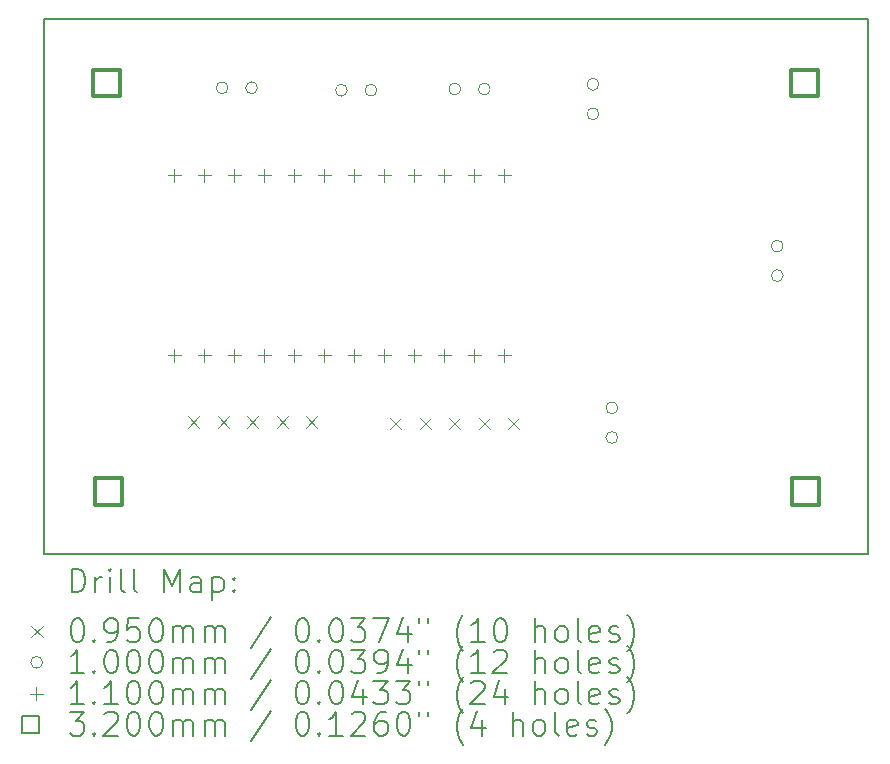
<source format=gbr>
%TF.GenerationSoftware,KiCad,Pcbnew,7.0.1*%
%TF.CreationDate,2023-09-03T20:42:09-04:00*%
%TF.ProjectId,Groove Coaster,47726f6f-7665-4204-936f-61737465722e,rev?*%
%TF.SameCoordinates,Original*%
%TF.FileFunction,Drillmap*%
%TF.FilePolarity,Positive*%
%FSLAX45Y45*%
G04 Gerber Fmt 4.5, Leading zero omitted, Abs format (unit mm)*
G04 Created by KiCad (PCBNEW 7.0.1) date 2023-09-03 20:42:09*
%MOMM*%
%LPD*%
G01*
G04 APERTURE LIST*
%ADD10C,0.200000*%
%ADD11C,0.095000*%
%ADD12C,0.100000*%
%ADD13C,0.110000*%
%ADD14C,0.320000*%
G04 APERTURE END LIST*
D10*
X6830000Y-4090000D02*
X13810000Y-4090000D01*
X13810000Y-8620000D01*
X6830000Y-8620000D01*
X6830000Y-4090000D01*
D11*
X8052500Y-7452500D02*
X8147500Y-7547500D01*
X8147500Y-7452500D02*
X8052500Y-7547500D01*
X8302500Y-7452500D02*
X8397500Y-7547500D01*
X8397500Y-7452500D02*
X8302500Y-7547500D01*
X8552500Y-7452500D02*
X8647500Y-7547500D01*
X8647500Y-7452500D02*
X8552500Y-7547500D01*
X8802500Y-7452500D02*
X8897500Y-7547500D01*
X8897500Y-7452500D02*
X8802500Y-7547500D01*
X9052500Y-7452500D02*
X9147500Y-7547500D01*
X9147500Y-7452500D02*
X9052500Y-7547500D01*
X9762500Y-7462500D02*
X9857500Y-7557500D01*
X9857500Y-7462500D02*
X9762500Y-7557500D01*
X10012500Y-7462500D02*
X10107500Y-7557500D01*
X10107500Y-7462500D02*
X10012500Y-7557500D01*
X10262500Y-7462500D02*
X10357500Y-7557500D01*
X10357500Y-7462500D02*
X10262500Y-7557500D01*
X10512500Y-7462500D02*
X10607500Y-7557500D01*
X10607500Y-7462500D02*
X10512500Y-7557500D01*
X10762500Y-7462500D02*
X10857500Y-7557500D01*
X10857500Y-7462500D02*
X10762500Y-7557500D01*
D12*
X8390000Y-4670000D02*
G75*
G03*
X8390000Y-4670000I-50000J0D01*
G01*
X8640000Y-4670000D02*
G75*
G03*
X8640000Y-4670000I-50000J0D01*
G01*
X9400000Y-4690000D02*
G75*
G03*
X9400000Y-4690000I-50000J0D01*
G01*
X9650000Y-4690000D02*
G75*
G03*
X9650000Y-4690000I-50000J0D01*
G01*
X10360000Y-4680000D02*
G75*
G03*
X10360000Y-4680000I-50000J0D01*
G01*
X10610000Y-4680000D02*
G75*
G03*
X10610000Y-4680000I-50000J0D01*
G01*
X11530000Y-4640000D02*
G75*
G03*
X11530000Y-4640000I-50000J0D01*
G01*
X11530000Y-4890000D02*
G75*
G03*
X11530000Y-4890000I-50000J0D01*
G01*
X11690000Y-7380000D02*
G75*
G03*
X11690000Y-7380000I-50000J0D01*
G01*
X11690000Y-7630000D02*
G75*
G03*
X11690000Y-7630000I-50000J0D01*
G01*
X13090000Y-6010000D02*
G75*
G03*
X13090000Y-6010000I-50000J0D01*
G01*
X13090000Y-6260000D02*
G75*
G03*
X13090000Y-6260000I-50000J0D01*
G01*
D13*
X7933000Y-5353000D02*
X7933000Y-5463000D01*
X7878000Y-5408000D02*
X7988000Y-5408000D01*
X7933000Y-6877000D02*
X7933000Y-6987000D01*
X7878000Y-6932000D02*
X7988000Y-6932000D01*
X8187000Y-5353000D02*
X8187000Y-5463000D01*
X8132000Y-5408000D02*
X8242000Y-5408000D01*
X8187000Y-6877000D02*
X8187000Y-6987000D01*
X8132000Y-6932000D02*
X8242000Y-6932000D01*
X8441000Y-5353000D02*
X8441000Y-5463000D01*
X8386000Y-5408000D02*
X8496000Y-5408000D01*
X8441000Y-6877000D02*
X8441000Y-6987000D01*
X8386000Y-6932000D02*
X8496000Y-6932000D01*
X8695000Y-5353000D02*
X8695000Y-5463000D01*
X8640000Y-5408000D02*
X8750000Y-5408000D01*
X8695000Y-6877000D02*
X8695000Y-6987000D01*
X8640000Y-6932000D02*
X8750000Y-6932000D01*
X8949000Y-5353000D02*
X8949000Y-5463000D01*
X8894000Y-5408000D02*
X9004000Y-5408000D01*
X8949000Y-6877000D02*
X8949000Y-6987000D01*
X8894000Y-6932000D02*
X9004000Y-6932000D01*
X9203000Y-5353000D02*
X9203000Y-5463000D01*
X9148000Y-5408000D02*
X9258000Y-5408000D01*
X9203000Y-6877000D02*
X9203000Y-6987000D01*
X9148000Y-6932000D02*
X9258000Y-6932000D01*
X9457000Y-5353000D02*
X9457000Y-5463000D01*
X9402000Y-5408000D02*
X9512000Y-5408000D01*
X9457000Y-6877000D02*
X9457000Y-6987000D01*
X9402000Y-6932000D02*
X9512000Y-6932000D01*
X9711000Y-5353000D02*
X9711000Y-5463000D01*
X9656000Y-5408000D02*
X9766000Y-5408000D01*
X9711000Y-6877000D02*
X9711000Y-6987000D01*
X9656000Y-6932000D02*
X9766000Y-6932000D01*
X9965000Y-5353000D02*
X9965000Y-5463000D01*
X9910000Y-5408000D02*
X10020000Y-5408000D01*
X9965000Y-6877000D02*
X9965000Y-6987000D01*
X9910000Y-6932000D02*
X10020000Y-6932000D01*
X10219000Y-5353000D02*
X10219000Y-5463000D01*
X10164000Y-5408000D02*
X10274000Y-5408000D01*
X10219000Y-6877000D02*
X10219000Y-6987000D01*
X10164000Y-6932000D02*
X10274000Y-6932000D01*
X10473000Y-5353000D02*
X10473000Y-5463000D01*
X10418000Y-5408000D02*
X10528000Y-5408000D01*
X10473000Y-6877000D02*
X10473000Y-6987000D01*
X10418000Y-6932000D02*
X10528000Y-6932000D01*
X10727000Y-5353000D02*
X10727000Y-5463000D01*
X10672000Y-5408000D02*
X10782000Y-5408000D01*
X10727000Y-6877000D02*
X10727000Y-6987000D01*
X10672000Y-6932000D02*
X10782000Y-6932000D01*
D14*
X7473138Y-4743138D02*
X7473138Y-4516862D01*
X7246862Y-4516862D01*
X7246862Y-4743138D01*
X7473138Y-4743138D01*
X7493138Y-8203138D02*
X7493138Y-7976862D01*
X7266862Y-7976862D01*
X7266862Y-8203138D01*
X7493138Y-8203138D01*
X13383138Y-4743138D02*
X13383138Y-4516862D01*
X13156862Y-4516862D01*
X13156862Y-4743138D01*
X13383138Y-4743138D01*
X13393138Y-8203138D02*
X13393138Y-7976862D01*
X13166862Y-7976862D01*
X13166862Y-8203138D01*
X13393138Y-8203138D01*
D10*
X7067619Y-8942524D02*
X7067619Y-8742524D01*
X7067619Y-8742524D02*
X7115238Y-8742524D01*
X7115238Y-8742524D02*
X7143809Y-8752048D01*
X7143809Y-8752048D02*
X7162857Y-8771095D01*
X7162857Y-8771095D02*
X7172381Y-8790143D01*
X7172381Y-8790143D02*
X7181905Y-8828238D01*
X7181905Y-8828238D02*
X7181905Y-8856810D01*
X7181905Y-8856810D02*
X7172381Y-8894905D01*
X7172381Y-8894905D02*
X7162857Y-8913952D01*
X7162857Y-8913952D02*
X7143809Y-8933000D01*
X7143809Y-8933000D02*
X7115238Y-8942524D01*
X7115238Y-8942524D02*
X7067619Y-8942524D01*
X7267619Y-8942524D02*
X7267619Y-8809190D01*
X7267619Y-8847286D02*
X7277143Y-8828238D01*
X7277143Y-8828238D02*
X7286667Y-8818714D01*
X7286667Y-8818714D02*
X7305714Y-8809190D01*
X7305714Y-8809190D02*
X7324762Y-8809190D01*
X7391428Y-8942524D02*
X7391428Y-8809190D01*
X7391428Y-8742524D02*
X7381905Y-8752048D01*
X7381905Y-8752048D02*
X7391428Y-8761571D01*
X7391428Y-8761571D02*
X7400952Y-8752048D01*
X7400952Y-8752048D02*
X7391428Y-8742524D01*
X7391428Y-8742524D02*
X7391428Y-8761571D01*
X7515238Y-8942524D02*
X7496190Y-8933000D01*
X7496190Y-8933000D02*
X7486667Y-8913952D01*
X7486667Y-8913952D02*
X7486667Y-8742524D01*
X7620000Y-8942524D02*
X7600952Y-8933000D01*
X7600952Y-8933000D02*
X7591428Y-8913952D01*
X7591428Y-8913952D02*
X7591428Y-8742524D01*
X7848571Y-8942524D02*
X7848571Y-8742524D01*
X7848571Y-8742524D02*
X7915238Y-8885381D01*
X7915238Y-8885381D02*
X7981905Y-8742524D01*
X7981905Y-8742524D02*
X7981905Y-8942524D01*
X8162857Y-8942524D02*
X8162857Y-8837762D01*
X8162857Y-8837762D02*
X8153333Y-8818714D01*
X8153333Y-8818714D02*
X8134286Y-8809190D01*
X8134286Y-8809190D02*
X8096190Y-8809190D01*
X8096190Y-8809190D02*
X8077143Y-8818714D01*
X8162857Y-8933000D02*
X8143809Y-8942524D01*
X8143809Y-8942524D02*
X8096190Y-8942524D01*
X8096190Y-8942524D02*
X8077143Y-8933000D01*
X8077143Y-8933000D02*
X8067619Y-8913952D01*
X8067619Y-8913952D02*
X8067619Y-8894905D01*
X8067619Y-8894905D02*
X8077143Y-8875857D01*
X8077143Y-8875857D02*
X8096190Y-8866333D01*
X8096190Y-8866333D02*
X8143809Y-8866333D01*
X8143809Y-8866333D02*
X8162857Y-8856810D01*
X8258095Y-8809190D02*
X8258095Y-9009190D01*
X8258095Y-8818714D02*
X8277143Y-8809190D01*
X8277143Y-8809190D02*
X8315238Y-8809190D01*
X8315238Y-8809190D02*
X8334286Y-8818714D01*
X8334286Y-8818714D02*
X8343809Y-8828238D01*
X8343809Y-8828238D02*
X8353333Y-8847286D01*
X8353333Y-8847286D02*
X8353333Y-8904429D01*
X8353333Y-8904429D02*
X8343809Y-8923476D01*
X8343809Y-8923476D02*
X8334286Y-8933000D01*
X8334286Y-8933000D02*
X8315238Y-8942524D01*
X8315238Y-8942524D02*
X8277143Y-8942524D01*
X8277143Y-8942524D02*
X8258095Y-8933000D01*
X8439048Y-8923476D02*
X8448571Y-8933000D01*
X8448571Y-8933000D02*
X8439048Y-8942524D01*
X8439048Y-8942524D02*
X8429524Y-8933000D01*
X8429524Y-8933000D02*
X8439048Y-8923476D01*
X8439048Y-8923476D02*
X8439048Y-8942524D01*
X8439048Y-8818714D02*
X8448571Y-8828238D01*
X8448571Y-8828238D02*
X8439048Y-8837762D01*
X8439048Y-8837762D02*
X8429524Y-8828238D01*
X8429524Y-8828238D02*
X8439048Y-8818714D01*
X8439048Y-8818714D02*
X8439048Y-8837762D01*
D11*
X6725000Y-9222500D02*
X6820000Y-9317500D01*
X6820000Y-9222500D02*
X6725000Y-9317500D01*
D10*
X7105714Y-9162524D02*
X7124762Y-9162524D01*
X7124762Y-9162524D02*
X7143809Y-9172048D01*
X7143809Y-9172048D02*
X7153333Y-9181571D01*
X7153333Y-9181571D02*
X7162857Y-9200619D01*
X7162857Y-9200619D02*
X7172381Y-9238714D01*
X7172381Y-9238714D02*
X7172381Y-9286333D01*
X7172381Y-9286333D02*
X7162857Y-9324429D01*
X7162857Y-9324429D02*
X7153333Y-9343476D01*
X7153333Y-9343476D02*
X7143809Y-9353000D01*
X7143809Y-9353000D02*
X7124762Y-9362524D01*
X7124762Y-9362524D02*
X7105714Y-9362524D01*
X7105714Y-9362524D02*
X7086667Y-9353000D01*
X7086667Y-9353000D02*
X7077143Y-9343476D01*
X7077143Y-9343476D02*
X7067619Y-9324429D01*
X7067619Y-9324429D02*
X7058095Y-9286333D01*
X7058095Y-9286333D02*
X7058095Y-9238714D01*
X7058095Y-9238714D02*
X7067619Y-9200619D01*
X7067619Y-9200619D02*
X7077143Y-9181571D01*
X7077143Y-9181571D02*
X7086667Y-9172048D01*
X7086667Y-9172048D02*
X7105714Y-9162524D01*
X7258095Y-9343476D02*
X7267619Y-9353000D01*
X7267619Y-9353000D02*
X7258095Y-9362524D01*
X7258095Y-9362524D02*
X7248571Y-9353000D01*
X7248571Y-9353000D02*
X7258095Y-9343476D01*
X7258095Y-9343476D02*
X7258095Y-9362524D01*
X7362857Y-9362524D02*
X7400952Y-9362524D01*
X7400952Y-9362524D02*
X7420000Y-9353000D01*
X7420000Y-9353000D02*
X7429524Y-9343476D01*
X7429524Y-9343476D02*
X7448571Y-9314905D01*
X7448571Y-9314905D02*
X7458095Y-9276810D01*
X7458095Y-9276810D02*
X7458095Y-9200619D01*
X7458095Y-9200619D02*
X7448571Y-9181571D01*
X7448571Y-9181571D02*
X7439048Y-9172048D01*
X7439048Y-9172048D02*
X7420000Y-9162524D01*
X7420000Y-9162524D02*
X7381905Y-9162524D01*
X7381905Y-9162524D02*
X7362857Y-9172048D01*
X7362857Y-9172048D02*
X7353333Y-9181571D01*
X7353333Y-9181571D02*
X7343809Y-9200619D01*
X7343809Y-9200619D02*
X7343809Y-9248238D01*
X7343809Y-9248238D02*
X7353333Y-9267286D01*
X7353333Y-9267286D02*
X7362857Y-9276810D01*
X7362857Y-9276810D02*
X7381905Y-9286333D01*
X7381905Y-9286333D02*
X7420000Y-9286333D01*
X7420000Y-9286333D02*
X7439048Y-9276810D01*
X7439048Y-9276810D02*
X7448571Y-9267286D01*
X7448571Y-9267286D02*
X7458095Y-9248238D01*
X7639048Y-9162524D02*
X7543809Y-9162524D01*
X7543809Y-9162524D02*
X7534286Y-9257762D01*
X7534286Y-9257762D02*
X7543809Y-9248238D01*
X7543809Y-9248238D02*
X7562857Y-9238714D01*
X7562857Y-9238714D02*
X7610476Y-9238714D01*
X7610476Y-9238714D02*
X7629524Y-9248238D01*
X7629524Y-9248238D02*
X7639048Y-9257762D01*
X7639048Y-9257762D02*
X7648571Y-9276810D01*
X7648571Y-9276810D02*
X7648571Y-9324429D01*
X7648571Y-9324429D02*
X7639048Y-9343476D01*
X7639048Y-9343476D02*
X7629524Y-9353000D01*
X7629524Y-9353000D02*
X7610476Y-9362524D01*
X7610476Y-9362524D02*
X7562857Y-9362524D01*
X7562857Y-9362524D02*
X7543809Y-9353000D01*
X7543809Y-9353000D02*
X7534286Y-9343476D01*
X7772381Y-9162524D02*
X7791429Y-9162524D01*
X7791429Y-9162524D02*
X7810476Y-9172048D01*
X7810476Y-9172048D02*
X7820000Y-9181571D01*
X7820000Y-9181571D02*
X7829524Y-9200619D01*
X7829524Y-9200619D02*
X7839048Y-9238714D01*
X7839048Y-9238714D02*
X7839048Y-9286333D01*
X7839048Y-9286333D02*
X7829524Y-9324429D01*
X7829524Y-9324429D02*
X7820000Y-9343476D01*
X7820000Y-9343476D02*
X7810476Y-9353000D01*
X7810476Y-9353000D02*
X7791429Y-9362524D01*
X7791429Y-9362524D02*
X7772381Y-9362524D01*
X7772381Y-9362524D02*
X7753333Y-9353000D01*
X7753333Y-9353000D02*
X7743809Y-9343476D01*
X7743809Y-9343476D02*
X7734286Y-9324429D01*
X7734286Y-9324429D02*
X7724762Y-9286333D01*
X7724762Y-9286333D02*
X7724762Y-9238714D01*
X7724762Y-9238714D02*
X7734286Y-9200619D01*
X7734286Y-9200619D02*
X7743809Y-9181571D01*
X7743809Y-9181571D02*
X7753333Y-9172048D01*
X7753333Y-9172048D02*
X7772381Y-9162524D01*
X7924762Y-9362524D02*
X7924762Y-9229190D01*
X7924762Y-9248238D02*
X7934286Y-9238714D01*
X7934286Y-9238714D02*
X7953333Y-9229190D01*
X7953333Y-9229190D02*
X7981905Y-9229190D01*
X7981905Y-9229190D02*
X8000952Y-9238714D01*
X8000952Y-9238714D02*
X8010476Y-9257762D01*
X8010476Y-9257762D02*
X8010476Y-9362524D01*
X8010476Y-9257762D02*
X8020000Y-9238714D01*
X8020000Y-9238714D02*
X8039048Y-9229190D01*
X8039048Y-9229190D02*
X8067619Y-9229190D01*
X8067619Y-9229190D02*
X8086667Y-9238714D01*
X8086667Y-9238714D02*
X8096190Y-9257762D01*
X8096190Y-9257762D02*
X8096190Y-9362524D01*
X8191429Y-9362524D02*
X8191429Y-9229190D01*
X8191429Y-9248238D02*
X8200952Y-9238714D01*
X8200952Y-9238714D02*
X8220000Y-9229190D01*
X8220000Y-9229190D02*
X8248571Y-9229190D01*
X8248571Y-9229190D02*
X8267619Y-9238714D01*
X8267619Y-9238714D02*
X8277143Y-9257762D01*
X8277143Y-9257762D02*
X8277143Y-9362524D01*
X8277143Y-9257762D02*
X8286667Y-9238714D01*
X8286667Y-9238714D02*
X8305714Y-9229190D01*
X8305714Y-9229190D02*
X8334286Y-9229190D01*
X8334286Y-9229190D02*
X8353333Y-9238714D01*
X8353333Y-9238714D02*
X8362857Y-9257762D01*
X8362857Y-9257762D02*
X8362857Y-9362524D01*
X8753333Y-9153000D02*
X8581905Y-9410143D01*
X9010476Y-9162524D02*
X9029524Y-9162524D01*
X9029524Y-9162524D02*
X9048572Y-9172048D01*
X9048572Y-9172048D02*
X9058095Y-9181571D01*
X9058095Y-9181571D02*
X9067619Y-9200619D01*
X9067619Y-9200619D02*
X9077143Y-9238714D01*
X9077143Y-9238714D02*
X9077143Y-9286333D01*
X9077143Y-9286333D02*
X9067619Y-9324429D01*
X9067619Y-9324429D02*
X9058095Y-9343476D01*
X9058095Y-9343476D02*
X9048572Y-9353000D01*
X9048572Y-9353000D02*
X9029524Y-9362524D01*
X9029524Y-9362524D02*
X9010476Y-9362524D01*
X9010476Y-9362524D02*
X8991429Y-9353000D01*
X8991429Y-9353000D02*
X8981905Y-9343476D01*
X8981905Y-9343476D02*
X8972381Y-9324429D01*
X8972381Y-9324429D02*
X8962857Y-9286333D01*
X8962857Y-9286333D02*
X8962857Y-9238714D01*
X8962857Y-9238714D02*
X8972381Y-9200619D01*
X8972381Y-9200619D02*
X8981905Y-9181571D01*
X8981905Y-9181571D02*
X8991429Y-9172048D01*
X8991429Y-9172048D02*
X9010476Y-9162524D01*
X9162857Y-9343476D02*
X9172381Y-9353000D01*
X9172381Y-9353000D02*
X9162857Y-9362524D01*
X9162857Y-9362524D02*
X9153334Y-9353000D01*
X9153334Y-9353000D02*
X9162857Y-9343476D01*
X9162857Y-9343476D02*
X9162857Y-9362524D01*
X9296191Y-9162524D02*
X9315238Y-9162524D01*
X9315238Y-9162524D02*
X9334286Y-9172048D01*
X9334286Y-9172048D02*
X9343810Y-9181571D01*
X9343810Y-9181571D02*
X9353334Y-9200619D01*
X9353334Y-9200619D02*
X9362857Y-9238714D01*
X9362857Y-9238714D02*
X9362857Y-9286333D01*
X9362857Y-9286333D02*
X9353334Y-9324429D01*
X9353334Y-9324429D02*
X9343810Y-9343476D01*
X9343810Y-9343476D02*
X9334286Y-9353000D01*
X9334286Y-9353000D02*
X9315238Y-9362524D01*
X9315238Y-9362524D02*
X9296191Y-9362524D01*
X9296191Y-9362524D02*
X9277143Y-9353000D01*
X9277143Y-9353000D02*
X9267619Y-9343476D01*
X9267619Y-9343476D02*
X9258095Y-9324429D01*
X9258095Y-9324429D02*
X9248572Y-9286333D01*
X9248572Y-9286333D02*
X9248572Y-9238714D01*
X9248572Y-9238714D02*
X9258095Y-9200619D01*
X9258095Y-9200619D02*
X9267619Y-9181571D01*
X9267619Y-9181571D02*
X9277143Y-9172048D01*
X9277143Y-9172048D02*
X9296191Y-9162524D01*
X9429524Y-9162524D02*
X9553334Y-9162524D01*
X9553334Y-9162524D02*
X9486667Y-9238714D01*
X9486667Y-9238714D02*
X9515238Y-9238714D01*
X9515238Y-9238714D02*
X9534286Y-9248238D01*
X9534286Y-9248238D02*
X9543810Y-9257762D01*
X9543810Y-9257762D02*
X9553334Y-9276810D01*
X9553334Y-9276810D02*
X9553334Y-9324429D01*
X9553334Y-9324429D02*
X9543810Y-9343476D01*
X9543810Y-9343476D02*
X9534286Y-9353000D01*
X9534286Y-9353000D02*
X9515238Y-9362524D01*
X9515238Y-9362524D02*
X9458095Y-9362524D01*
X9458095Y-9362524D02*
X9439048Y-9353000D01*
X9439048Y-9353000D02*
X9429524Y-9343476D01*
X9620000Y-9162524D02*
X9753334Y-9162524D01*
X9753334Y-9162524D02*
X9667619Y-9362524D01*
X9915238Y-9229190D02*
X9915238Y-9362524D01*
X9867619Y-9153000D02*
X9820000Y-9295857D01*
X9820000Y-9295857D02*
X9943810Y-9295857D01*
X10010476Y-9162524D02*
X10010476Y-9200619D01*
X10086667Y-9162524D02*
X10086667Y-9200619D01*
X10381905Y-9438714D02*
X10372381Y-9429190D01*
X10372381Y-9429190D02*
X10353334Y-9400619D01*
X10353334Y-9400619D02*
X10343810Y-9381571D01*
X10343810Y-9381571D02*
X10334286Y-9353000D01*
X10334286Y-9353000D02*
X10324762Y-9305381D01*
X10324762Y-9305381D02*
X10324762Y-9267286D01*
X10324762Y-9267286D02*
X10334286Y-9219667D01*
X10334286Y-9219667D02*
X10343810Y-9191095D01*
X10343810Y-9191095D02*
X10353334Y-9172048D01*
X10353334Y-9172048D02*
X10372381Y-9143476D01*
X10372381Y-9143476D02*
X10381905Y-9133952D01*
X10562857Y-9362524D02*
X10448572Y-9362524D01*
X10505715Y-9362524D02*
X10505715Y-9162524D01*
X10505715Y-9162524D02*
X10486667Y-9191095D01*
X10486667Y-9191095D02*
X10467619Y-9210143D01*
X10467619Y-9210143D02*
X10448572Y-9219667D01*
X10686667Y-9162524D02*
X10705715Y-9162524D01*
X10705715Y-9162524D02*
X10724762Y-9172048D01*
X10724762Y-9172048D02*
X10734286Y-9181571D01*
X10734286Y-9181571D02*
X10743810Y-9200619D01*
X10743810Y-9200619D02*
X10753334Y-9238714D01*
X10753334Y-9238714D02*
X10753334Y-9286333D01*
X10753334Y-9286333D02*
X10743810Y-9324429D01*
X10743810Y-9324429D02*
X10734286Y-9343476D01*
X10734286Y-9343476D02*
X10724762Y-9353000D01*
X10724762Y-9353000D02*
X10705715Y-9362524D01*
X10705715Y-9362524D02*
X10686667Y-9362524D01*
X10686667Y-9362524D02*
X10667619Y-9353000D01*
X10667619Y-9353000D02*
X10658096Y-9343476D01*
X10658096Y-9343476D02*
X10648572Y-9324429D01*
X10648572Y-9324429D02*
X10639048Y-9286333D01*
X10639048Y-9286333D02*
X10639048Y-9238714D01*
X10639048Y-9238714D02*
X10648572Y-9200619D01*
X10648572Y-9200619D02*
X10658096Y-9181571D01*
X10658096Y-9181571D02*
X10667619Y-9172048D01*
X10667619Y-9172048D02*
X10686667Y-9162524D01*
X10991429Y-9362524D02*
X10991429Y-9162524D01*
X11077143Y-9362524D02*
X11077143Y-9257762D01*
X11077143Y-9257762D02*
X11067619Y-9238714D01*
X11067619Y-9238714D02*
X11048572Y-9229190D01*
X11048572Y-9229190D02*
X11020000Y-9229190D01*
X11020000Y-9229190D02*
X11000953Y-9238714D01*
X11000953Y-9238714D02*
X10991429Y-9248238D01*
X11200953Y-9362524D02*
X11181905Y-9353000D01*
X11181905Y-9353000D02*
X11172381Y-9343476D01*
X11172381Y-9343476D02*
X11162858Y-9324429D01*
X11162858Y-9324429D02*
X11162858Y-9267286D01*
X11162858Y-9267286D02*
X11172381Y-9248238D01*
X11172381Y-9248238D02*
X11181905Y-9238714D01*
X11181905Y-9238714D02*
X11200953Y-9229190D01*
X11200953Y-9229190D02*
X11229524Y-9229190D01*
X11229524Y-9229190D02*
X11248572Y-9238714D01*
X11248572Y-9238714D02*
X11258096Y-9248238D01*
X11258096Y-9248238D02*
X11267619Y-9267286D01*
X11267619Y-9267286D02*
X11267619Y-9324429D01*
X11267619Y-9324429D02*
X11258096Y-9343476D01*
X11258096Y-9343476D02*
X11248572Y-9353000D01*
X11248572Y-9353000D02*
X11229524Y-9362524D01*
X11229524Y-9362524D02*
X11200953Y-9362524D01*
X11381905Y-9362524D02*
X11362857Y-9353000D01*
X11362857Y-9353000D02*
X11353334Y-9333952D01*
X11353334Y-9333952D02*
X11353334Y-9162524D01*
X11534286Y-9353000D02*
X11515238Y-9362524D01*
X11515238Y-9362524D02*
X11477143Y-9362524D01*
X11477143Y-9362524D02*
X11458096Y-9353000D01*
X11458096Y-9353000D02*
X11448572Y-9333952D01*
X11448572Y-9333952D02*
X11448572Y-9257762D01*
X11448572Y-9257762D02*
X11458096Y-9238714D01*
X11458096Y-9238714D02*
X11477143Y-9229190D01*
X11477143Y-9229190D02*
X11515238Y-9229190D01*
X11515238Y-9229190D02*
X11534286Y-9238714D01*
X11534286Y-9238714D02*
X11543810Y-9257762D01*
X11543810Y-9257762D02*
X11543810Y-9276810D01*
X11543810Y-9276810D02*
X11448572Y-9295857D01*
X11620000Y-9353000D02*
X11639048Y-9362524D01*
X11639048Y-9362524D02*
X11677143Y-9362524D01*
X11677143Y-9362524D02*
X11696191Y-9353000D01*
X11696191Y-9353000D02*
X11705715Y-9333952D01*
X11705715Y-9333952D02*
X11705715Y-9324429D01*
X11705715Y-9324429D02*
X11696191Y-9305381D01*
X11696191Y-9305381D02*
X11677143Y-9295857D01*
X11677143Y-9295857D02*
X11648572Y-9295857D01*
X11648572Y-9295857D02*
X11629524Y-9286333D01*
X11629524Y-9286333D02*
X11620000Y-9267286D01*
X11620000Y-9267286D02*
X11620000Y-9257762D01*
X11620000Y-9257762D02*
X11629524Y-9238714D01*
X11629524Y-9238714D02*
X11648572Y-9229190D01*
X11648572Y-9229190D02*
X11677143Y-9229190D01*
X11677143Y-9229190D02*
X11696191Y-9238714D01*
X11772381Y-9438714D02*
X11781905Y-9429190D01*
X11781905Y-9429190D02*
X11800953Y-9400619D01*
X11800953Y-9400619D02*
X11810477Y-9381571D01*
X11810477Y-9381571D02*
X11820000Y-9353000D01*
X11820000Y-9353000D02*
X11829524Y-9305381D01*
X11829524Y-9305381D02*
X11829524Y-9267286D01*
X11829524Y-9267286D02*
X11820000Y-9219667D01*
X11820000Y-9219667D02*
X11810477Y-9191095D01*
X11810477Y-9191095D02*
X11800953Y-9172048D01*
X11800953Y-9172048D02*
X11781905Y-9143476D01*
X11781905Y-9143476D02*
X11772381Y-9133952D01*
D12*
X6820000Y-9534000D02*
G75*
G03*
X6820000Y-9534000I-50000J0D01*
G01*
D10*
X7172381Y-9626524D02*
X7058095Y-9626524D01*
X7115238Y-9626524D02*
X7115238Y-9426524D01*
X7115238Y-9426524D02*
X7096190Y-9455095D01*
X7096190Y-9455095D02*
X7077143Y-9474143D01*
X7077143Y-9474143D02*
X7058095Y-9483667D01*
X7258095Y-9607476D02*
X7267619Y-9617000D01*
X7267619Y-9617000D02*
X7258095Y-9626524D01*
X7258095Y-9626524D02*
X7248571Y-9617000D01*
X7248571Y-9617000D02*
X7258095Y-9607476D01*
X7258095Y-9607476D02*
X7258095Y-9626524D01*
X7391428Y-9426524D02*
X7410476Y-9426524D01*
X7410476Y-9426524D02*
X7429524Y-9436048D01*
X7429524Y-9436048D02*
X7439048Y-9445571D01*
X7439048Y-9445571D02*
X7448571Y-9464619D01*
X7448571Y-9464619D02*
X7458095Y-9502714D01*
X7458095Y-9502714D02*
X7458095Y-9550333D01*
X7458095Y-9550333D02*
X7448571Y-9588429D01*
X7448571Y-9588429D02*
X7439048Y-9607476D01*
X7439048Y-9607476D02*
X7429524Y-9617000D01*
X7429524Y-9617000D02*
X7410476Y-9626524D01*
X7410476Y-9626524D02*
X7391428Y-9626524D01*
X7391428Y-9626524D02*
X7372381Y-9617000D01*
X7372381Y-9617000D02*
X7362857Y-9607476D01*
X7362857Y-9607476D02*
X7353333Y-9588429D01*
X7353333Y-9588429D02*
X7343809Y-9550333D01*
X7343809Y-9550333D02*
X7343809Y-9502714D01*
X7343809Y-9502714D02*
X7353333Y-9464619D01*
X7353333Y-9464619D02*
X7362857Y-9445571D01*
X7362857Y-9445571D02*
X7372381Y-9436048D01*
X7372381Y-9436048D02*
X7391428Y-9426524D01*
X7581905Y-9426524D02*
X7600952Y-9426524D01*
X7600952Y-9426524D02*
X7620000Y-9436048D01*
X7620000Y-9436048D02*
X7629524Y-9445571D01*
X7629524Y-9445571D02*
X7639048Y-9464619D01*
X7639048Y-9464619D02*
X7648571Y-9502714D01*
X7648571Y-9502714D02*
X7648571Y-9550333D01*
X7648571Y-9550333D02*
X7639048Y-9588429D01*
X7639048Y-9588429D02*
X7629524Y-9607476D01*
X7629524Y-9607476D02*
X7620000Y-9617000D01*
X7620000Y-9617000D02*
X7600952Y-9626524D01*
X7600952Y-9626524D02*
X7581905Y-9626524D01*
X7581905Y-9626524D02*
X7562857Y-9617000D01*
X7562857Y-9617000D02*
X7553333Y-9607476D01*
X7553333Y-9607476D02*
X7543809Y-9588429D01*
X7543809Y-9588429D02*
X7534286Y-9550333D01*
X7534286Y-9550333D02*
X7534286Y-9502714D01*
X7534286Y-9502714D02*
X7543809Y-9464619D01*
X7543809Y-9464619D02*
X7553333Y-9445571D01*
X7553333Y-9445571D02*
X7562857Y-9436048D01*
X7562857Y-9436048D02*
X7581905Y-9426524D01*
X7772381Y-9426524D02*
X7791429Y-9426524D01*
X7791429Y-9426524D02*
X7810476Y-9436048D01*
X7810476Y-9436048D02*
X7820000Y-9445571D01*
X7820000Y-9445571D02*
X7829524Y-9464619D01*
X7829524Y-9464619D02*
X7839048Y-9502714D01*
X7839048Y-9502714D02*
X7839048Y-9550333D01*
X7839048Y-9550333D02*
X7829524Y-9588429D01*
X7829524Y-9588429D02*
X7820000Y-9607476D01*
X7820000Y-9607476D02*
X7810476Y-9617000D01*
X7810476Y-9617000D02*
X7791429Y-9626524D01*
X7791429Y-9626524D02*
X7772381Y-9626524D01*
X7772381Y-9626524D02*
X7753333Y-9617000D01*
X7753333Y-9617000D02*
X7743809Y-9607476D01*
X7743809Y-9607476D02*
X7734286Y-9588429D01*
X7734286Y-9588429D02*
X7724762Y-9550333D01*
X7724762Y-9550333D02*
X7724762Y-9502714D01*
X7724762Y-9502714D02*
X7734286Y-9464619D01*
X7734286Y-9464619D02*
X7743809Y-9445571D01*
X7743809Y-9445571D02*
X7753333Y-9436048D01*
X7753333Y-9436048D02*
X7772381Y-9426524D01*
X7924762Y-9626524D02*
X7924762Y-9493190D01*
X7924762Y-9512238D02*
X7934286Y-9502714D01*
X7934286Y-9502714D02*
X7953333Y-9493190D01*
X7953333Y-9493190D02*
X7981905Y-9493190D01*
X7981905Y-9493190D02*
X8000952Y-9502714D01*
X8000952Y-9502714D02*
X8010476Y-9521762D01*
X8010476Y-9521762D02*
X8010476Y-9626524D01*
X8010476Y-9521762D02*
X8020000Y-9502714D01*
X8020000Y-9502714D02*
X8039048Y-9493190D01*
X8039048Y-9493190D02*
X8067619Y-9493190D01*
X8067619Y-9493190D02*
X8086667Y-9502714D01*
X8086667Y-9502714D02*
X8096190Y-9521762D01*
X8096190Y-9521762D02*
X8096190Y-9626524D01*
X8191429Y-9626524D02*
X8191429Y-9493190D01*
X8191429Y-9512238D02*
X8200952Y-9502714D01*
X8200952Y-9502714D02*
X8220000Y-9493190D01*
X8220000Y-9493190D02*
X8248571Y-9493190D01*
X8248571Y-9493190D02*
X8267619Y-9502714D01*
X8267619Y-9502714D02*
X8277143Y-9521762D01*
X8277143Y-9521762D02*
X8277143Y-9626524D01*
X8277143Y-9521762D02*
X8286667Y-9502714D01*
X8286667Y-9502714D02*
X8305714Y-9493190D01*
X8305714Y-9493190D02*
X8334286Y-9493190D01*
X8334286Y-9493190D02*
X8353333Y-9502714D01*
X8353333Y-9502714D02*
X8362857Y-9521762D01*
X8362857Y-9521762D02*
X8362857Y-9626524D01*
X8753333Y-9417000D02*
X8581905Y-9674143D01*
X9010476Y-9426524D02*
X9029524Y-9426524D01*
X9029524Y-9426524D02*
X9048572Y-9436048D01*
X9048572Y-9436048D02*
X9058095Y-9445571D01*
X9058095Y-9445571D02*
X9067619Y-9464619D01*
X9067619Y-9464619D02*
X9077143Y-9502714D01*
X9077143Y-9502714D02*
X9077143Y-9550333D01*
X9077143Y-9550333D02*
X9067619Y-9588429D01*
X9067619Y-9588429D02*
X9058095Y-9607476D01*
X9058095Y-9607476D02*
X9048572Y-9617000D01*
X9048572Y-9617000D02*
X9029524Y-9626524D01*
X9029524Y-9626524D02*
X9010476Y-9626524D01*
X9010476Y-9626524D02*
X8991429Y-9617000D01*
X8991429Y-9617000D02*
X8981905Y-9607476D01*
X8981905Y-9607476D02*
X8972381Y-9588429D01*
X8972381Y-9588429D02*
X8962857Y-9550333D01*
X8962857Y-9550333D02*
X8962857Y-9502714D01*
X8962857Y-9502714D02*
X8972381Y-9464619D01*
X8972381Y-9464619D02*
X8981905Y-9445571D01*
X8981905Y-9445571D02*
X8991429Y-9436048D01*
X8991429Y-9436048D02*
X9010476Y-9426524D01*
X9162857Y-9607476D02*
X9172381Y-9617000D01*
X9172381Y-9617000D02*
X9162857Y-9626524D01*
X9162857Y-9626524D02*
X9153334Y-9617000D01*
X9153334Y-9617000D02*
X9162857Y-9607476D01*
X9162857Y-9607476D02*
X9162857Y-9626524D01*
X9296191Y-9426524D02*
X9315238Y-9426524D01*
X9315238Y-9426524D02*
X9334286Y-9436048D01*
X9334286Y-9436048D02*
X9343810Y-9445571D01*
X9343810Y-9445571D02*
X9353334Y-9464619D01*
X9353334Y-9464619D02*
X9362857Y-9502714D01*
X9362857Y-9502714D02*
X9362857Y-9550333D01*
X9362857Y-9550333D02*
X9353334Y-9588429D01*
X9353334Y-9588429D02*
X9343810Y-9607476D01*
X9343810Y-9607476D02*
X9334286Y-9617000D01*
X9334286Y-9617000D02*
X9315238Y-9626524D01*
X9315238Y-9626524D02*
X9296191Y-9626524D01*
X9296191Y-9626524D02*
X9277143Y-9617000D01*
X9277143Y-9617000D02*
X9267619Y-9607476D01*
X9267619Y-9607476D02*
X9258095Y-9588429D01*
X9258095Y-9588429D02*
X9248572Y-9550333D01*
X9248572Y-9550333D02*
X9248572Y-9502714D01*
X9248572Y-9502714D02*
X9258095Y-9464619D01*
X9258095Y-9464619D02*
X9267619Y-9445571D01*
X9267619Y-9445571D02*
X9277143Y-9436048D01*
X9277143Y-9436048D02*
X9296191Y-9426524D01*
X9429524Y-9426524D02*
X9553334Y-9426524D01*
X9553334Y-9426524D02*
X9486667Y-9502714D01*
X9486667Y-9502714D02*
X9515238Y-9502714D01*
X9515238Y-9502714D02*
X9534286Y-9512238D01*
X9534286Y-9512238D02*
X9543810Y-9521762D01*
X9543810Y-9521762D02*
X9553334Y-9540810D01*
X9553334Y-9540810D02*
X9553334Y-9588429D01*
X9553334Y-9588429D02*
X9543810Y-9607476D01*
X9543810Y-9607476D02*
X9534286Y-9617000D01*
X9534286Y-9617000D02*
X9515238Y-9626524D01*
X9515238Y-9626524D02*
X9458095Y-9626524D01*
X9458095Y-9626524D02*
X9439048Y-9617000D01*
X9439048Y-9617000D02*
X9429524Y-9607476D01*
X9648572Y-9626524D02*
X9686667Y-9626524D01*
X9686667Y-9626524D02*
X9705715Y-9617000D01*
X9705715Y-9617000D02*
X9715238Y-9607476D01*
X9715238Y-9607476D02*
X9734286Y-9578905D01*
X9734286Y-9578905D02*
X9743810Y-9540810D01*
X9743810Y-9540810D02*
X9743810Y-9464619D01*
X9743810Y-9464619D02*
X9734286Y-9445571D01*
X9734286Y-9445571D02*
X9724762Y-9436048D01*
X9724762Y-9436048D02*
X9705715Y-9426524D01*
X9705715Y-9426524D02*
X9667619Y-9426524D01*
X9667619Y-9426524D02*
X9648572Y-9436048D01*
X9648572Y-9436048D02*
X9639048Y-9445571D01*
X9639048Y-9445571D02*
X9629524Y-9464619D01*
X9629524Y-9464619D02*
X9629524Y-9512238D01*
X9629524Y-9512238D02*
X9639048Y-9531286D01*
X9639048Y-9531286D02*
X9648572Y-9540810D01*
X9648572Y-9540810D02*
X9667619Y-9550333D01*
X9667619Y-9550333D02*
X9705715Y-9550333D01*
X9705715Y-9550333D02*
X9724762Y-9540810D01*
X9724762Y-9540810D02*
X9734286Y-9531286D01*
X9734286Y-9531286D02*
X9743810Y-9512238D01*
X9915238Y-9493190D02*
X9915238Y-9626524D01*
X9867619Y-9417000D02*
X9820000Y-9559857D01*
X9820000Y-9559857D02*
X9943810Y-9559857D01*
X10010476Y-9426524D02*
X10010476Y-9464619D01*
X10086667Y-9426524D02*
X10086667Y-9464619D01*
X10381905Y-9702714D02*
X10372381Y-9693190D01*
X10372381Y-9693190D02*
X10353334Y-9664619D01*
X10353334Y-9664619D02*
X10343810Y-9645571D01*
X10343810Y-9645571D02*
X10334286Y-9617000D01*
X10334286Y-9617000D02*
X10324762Y-9569381D01*
X10324762Y-9569381D02*
X10324762Y-9531286D01*
X10324762Y-9531286D02*
X10334286Y-9483667D01*
X10334286Y-9483667D02*
X10343810Y-9455095D01*
X10343810Y-9455095D02*
X10353334Y-9436048D01*
X10353334Y-9436048D02*
X10372381Y-9407476D01*
X10372381Y-9407476D02*
X10381905Y-9397952D01*
X10562857Y-9626524D02*
X10448572Y-9626524D01*
X10505715Y-9626524D02*
X10505715Y-9426524D01*
X10505715Y-9426524D02*
X10486667Y-9455095D01*
X10486667Y-9455095D02*
X10467619Y-9474143D01*
X10467619Y-9474143D02*
X10448572Y-9483667D01*
X10639048Y-9445571D02*
X10648572Y-9436048D01*
X10648572Y-9436048D02*
X10667619Y-9426524D01*
X10667619Y-9426524D02*
X10715238Y-9426524D01*
X10715238Y-9426524D02*
X10734286Y-9436048D01*
X10734286Y-9436048D02*
X10743810Y-9445571D01*
X10743810Y-9445571D02*
X10753334Y-9464619D01*
X10753334Y-9464619D02*
X10753334Y-9483667D01*
X10753334Y-9483667D02*
X10743810Y-9512238D01*
X10743810Y-9512238D02*
X10629524Y-9626524D01*
X10629524Y-9626524D02*
X10753334Y-9626524D01*
X10991429Y-9626524D02*
X10991429Y-9426524D01*
X11077143Y-9626524D02*
X11077143Y-9521762D01*
X11077143Y-9521762D02*
X11067619Y-9502714D01*
X11067619Y-9502714D02*
X11048572Y-9493190D01*
X11048572Y-9493190D02*
X11020000Y-9493190D01*
X11020000Y-9493190D02*
X11000953Y-9502714D01*
X11000953Y-9502714D02*
X10991429Y-9512238D01*
X11200953Y-9626524D02*
X11181905Y-9617000D01*
X11181905Y-9617000D02*
X11172381Y-9607476D01*
X11172381Y-9607476D02*
X11162858Y-9588429D01*
X11162858Y-9588429D02*
X11162858Y-9531286D01*
X11162858Y-9531286D02*
X11172381Y-9512238D01*
X11172381Y-9512238D02*
X11181905Y-9502714D01*
X11181905Y-9502714D02*
X11200953Y-9493190D01*
X11200953Y-9493190D02*
X11229524Y-9493190D01*
X11229524Y-9493190D02*
X11248572Y-9502714D01*
X11248572Y-9502714D02*
X11258096Y-9512238D01*
X11258096Y-9512238D02*
X11267619Y-9531286D01*
X11267619Y-9531286D02*
X11267619Y-9588429D01*
X11267619Y-9588429D02*
X11258096Y-9607476D01*
X11258096Y-9607476D02*
X11248572Y-9617000D01*
X11248572Y-9617000D02*
X11229524Y-9626524D01*
X11229524Y-9626524D02*
X11200953Y-9626524D01*
X11381905Y-9626524D02*
X11362857Y-9617000D01*
X11362857Y-9617000D02*
X11353334Y-9597952D01*
X11353334Y-9597952D02*
X11353334Y-9426524D01*
X11534286Y-9617000D02*
X11515238Y-9626524D01*
X11515238Y-9626524D02*
X11477143Y-9626524D01*
X11477143Y-9626524D02*
X11458096Y-9617000D01*
X11458096Y-9617000D02*
X11448572Y-9597952D01*
X11448572Y-9597952D02*
X11448572Y-9521762D01*
X11448572Y-9521762D02*
X11458096Y-9502714D01*
X11458096Y-9502714D02*
X11477143Y-9493190D01*
X11477143Y-9493190D02*
X11515238Y-9493190D01*
X11515238Y-9493190D02*
X11534286Y-9502714D01*
X11534286Y-9502714D02*
X11543810Y-9521762D01*
X11543810Y-9521762D02*
X11543810Y-9540810D01*
X11543810Y-9540810D02*
X11448572Y-9559857D01*
X11620000Y-9617000D02*
X11639048Y-9626524D01*
X11639048Y-9626524D02*
X11677143Y-9626524D01*
X11677143Y-9626524D02*
X11696191Y-9617000D01*
X11696191Y-9617000D02*
X11705715Y-9597952D01*
X11705715Y-9597952D02*
X11705715Y-9588429D01*
X11705715Y-9588429D02*
X11696191Y-9569381D01*
X11696191Y-9569381D02*
X11677143Y-9559857D01*
X11677143Y-9559857D02*
X11648572Y-9559857D01*
X11648572Y-9559857D02*
X11629524Y-9550333D01*
X11629524Y-9550333D02*
X11620000Y-9531286D01*
X11620000Y-9531286D02*
X11620000Y-9521762D01*
X11620000Y-9521762D02*
X11629524Y-9502714D01*
X11629524Y-9502714D02*
X11648572Y-9493190D01*
X11648572Y-9493190D02*
X11677143Y-9493190D01*
X11677143Y-9493190D02*
X11696191Y-9502714D01*
X11772381Y-9702714D02*
X11781905Y-9693190D01*
X11781905Y-9693190D02*
X11800953Y-9664619D01*
X11800953Y-9664619D02*
X11810477Y-9645571D01*
X11810477Y-9645571D02*
X11820000Y-9617000D01*
X11820000Y-9617000D02*
X11829524Y-9569381D01*
X11829524Y-9569381D02*
X11829524Y-9531286D01*
X11829524Y-9531286D02*
X11820000Y-9483667D01*
X11820000Y-9483667D02*
X11810477Y-9455095D01*
X11810477Y-9455095D02*
X11800953Y-9436048D01*
X11800953Y-9436048D02*
X11781905Y-9407476D01*
X11781905Y-9407476D02*
X11772381Y-9397952D01*
D13*
X6765000Y-9743000D02*
X6765000Y-9853000D01*
X6710000Y-9798000D02*
X6820000Y-9798000D01*
D10*
X7172381Y-9890524D02*
X7058095Y-9890524D01*
X7115238Y-9890524D02*
X7115238Y-9690524D01*
X7115238Y-9690524D02*
X7096190Y-9719095D01*
X7096190Y-9719095D02*
X7077143Y-9738143D01*
X7077143Y-9738143D02*
X7058095Y-9747667D01*
X7258095Y-9871476D02*
X7267619Y-9881000D01*
X7267619Y-9881000D02*
X7258095Y-9890524D01*
X7258095Y-9890524D02*
X7248571Y-9881000D01*
X7248571Y-9881000D02*
X7258095Y-9871476D01*
X7258095Y-9871476D02*
X7258095Y-9890524D01*
X7458095Y-9890524D02*
X7343809Y-9890524D01*
X7400952Y-9890524D02*
X7400952Y-9690524D01*
X7400952Y-9690524D02*
X7381905Y-9719095D01*
X7381905Y-9719095D02*
X7362857Y-9738143D01*
X7362857Y-9738143D02*
X7343809Y-9747667D01*
X7581905Y-9690524D02*
X7600952Y-9690524D01*
X7600952Y-9690524D02*
X7620000Y-9700048D01*
X7620000Y-9700048D02*
X7629524Y-9709571D01*
X7629524Y-9709571D02*
X7639048Y-9728619D01*
X7639048Y-9728619D02*
X7648571Y-9766714D01*
X7648571Y-9766714D02*
X7648571Y-9814333D01*
X7648571Y-9814333D02*
X7639048Y-9852429D01*
X7639048Y-9852429D02*
X7629524Y-9871476D01*
X7629524Y-9871476D02*
X7620000Y-9881000D01*
X7620000Y-9881000D02*
X7600952Y-9890524D01*
X7600952Y-9890524D02*
X7581905Y-9890524D01*
X7581905Y-9890524D02*
X7562857Y-9881000D01*
X7562857Y-9881000D02*
X7553333Y-9871476D01*
X7553333Y-9871476D02*
X7543809Y-9852429D01*
X7543809Y-9852429D02*
X7534286Y-9814333D01*
X7534286Y-9814333D02*
X7534286Y-9766714D01*
X7534286Y-9766714D02*
X7543809Y-9728619D01*
X7543809Y-9728619D02*
X7553333Y-9709571D01*
X7553333Y-9709571D02*
X7562857Y-9700048D01*
X7562857Y-9700048D02*
X7581905Y-9690524D01*
X7772381Y-9690524D02*
X7791429Y-9690524D01*
X7791429Y-9690524D02*
X7810476Y-9700048D01*
X7810476Y-9700048D02*
X7820000Y-9709571D01*
X7820000Y-9709571D02*
X7829524Y-9728619D01*
X7829524Y-9728619D02*
X7839048Y-9766714D01*
X7839048Y-9766714D02*
X7839048Y-9814333D01*
X7839048Y-9814333D02*
X7829524Y-9852429D01*
X7829524Y-9852429D02*
X7820000Y-9871476D01*
X7820000Y-9871476D02*
X7810476Y-9881000D01*
X7810476Y-9881000D02*
X7791429Y-9890524D01*
X7791429Y-9890524D02*
X7772381Y-9890524D01*
X7772381Y-9890524D02*
X7753333Y-9881000D01*
X7753333Y-9881000D02*
X7743809Y-9871476D01*
X7743809Y-9871476D02*
X7734286Y-9852429D01*
X7734286Y-9852429D02*
X7724762Y-9814333D01*
X7724762Y-9814333D02*
X7724762Y-9766714D01*
X7724762Y-9766714D02*
X7734286Y-9728619D01*
X7734286Y-9728619D02*
X7743809Y-9709571D01*
X7743809Y-9709571D02*
X7753333Y-9700048D01*
X7753333Y-9700048D02*
X7772381Y-9690524D01*
X7924762Y-9890524D02*
X7924762Y-9757190D01*
X7924762Y-9776238D02*
X7934286Y-9766714D01*
X7934286Y-9766714D02*
X7953333Y-9757190D01*
X7953333Y-9757190D02*
X7981905Y-9757190D01*
X7981905Y-9757190D02*
X8000952Y-9766714D01*
X8000952Y-9766714D02*
X8010476Y-9785762D01*
X8010476Y-9785762D02*
X8010476Y-9890524D01*
X8010476Y-9785762D02*
X8020000Y-9766714D01*
X8020000Y-9766714D02*
X8039048Y-9757190D01*
X8039048Y-9757190D02*
X8067619Y-9757190D01*
X8067619Y-9757190D02*
X8086667Y-9766714D01*
X8086667Y-9766714D02*
X8096190Y-9785762D01*
X8096190Y-9785762D02*
X8096190Y-9890524D01*
X8191429Y-9890524D02*
X8191429Y-9757190D01*
X8191429Y-9776238D02*
X8200952Y-9766714D01*
X8200952Y-9766714D02*
X8220000Y-9757190D01*
X8220000Y-9757190D02*
X8248571Y-9757190D01*
X8248571Y-9757190D02*
X8267619Y-9766714D01*
X8267619Y-9766714D02*
X8277143Y-9785762D01*
X8277143Y-9785762D02*
X8277143Y-9890524D01*
X8277143Y-9785762D02*
X8286667Y-9766714D01*
X8286667Y-9766714D02*
X8305714Y-9757190D01*
X8305714Y-9757190D02*
X8334286Y-9757190D01*
X8334286Y-9757190D02*
X8353333Y-9766714D01*
X8353333Y-9766714D02*
X8362857Y-9785762D01*
X8362857Y-9785762D02*
X8362857Y-9890524D01*
X8753333Y-9681000D02*
X8581905Y-9938143D01*
X9010476Y-9690524D02*
X9029524Y-9690524D01*
X9029524Y-9690524D02*
X9048572Y-9700048D01*
X9048572Y-9700048D02*
X9058095Y-9709571D01*
X9058095Y-9709571D02*
X9067619Y-9728619D01*
X9067619Y-9728619D02*
X9077143Y-9766714D01*
X9077143Y-9766714D02*
X9077143Y-9814333D01*
X9077143Y-9814333D02*
X9067619Y-9852429D01*
X9067619Y-9852429D02*
X9058095Y-9871476D01*
X9058095Y-9871476D02*
X9048572Y-9881000D01*
X9048572Y-9881000D02*
X9029524Y-9890524D01*
X9029524Y-9890524D02*
X9010476Y-9890524D01*
X9010476Y-9890524D02*
X8991429Y-9881000D01*
X8991429Y-9881000D02*
X8981905Y-9871476D01*
X8981905Y-9871476D02*
X8972381Y-9852429D01*
X8972381Y-9852429D02*
X8962857Y-9814333D01*
X8962857Y-9814333D02*
X8962857Y-9766714D01*
X8962857Y-9766714D02*
X8972381Y-9728619D01*
X8972381Y-9728619D02*
X8981905Y-9709571D01*
X8981905Y-9709571D02*
X8991429Y-9700048D01*
X8991429Y-9700048D02*
X9010476Y-9690524D01*
X9162857Y-9871476D02*
X9172381Y-9881000D01*
X9172381Y-9881000D02*
X9162857Y-9890524D01*
X9162857Y-9890524D02*
X9153334Y-9881000D01*
X9153334Y-9881000D02*
X9162857Y-9871476D01*
X9162857Y-9871476D02*
X9162857Y-9890524D01*
X9296191Y-9690524D02*
X9315238Y-9690524D01*
X9315238Y-9690524D02*
X9334286Y-9700048D01*
X9334286Y-9700048D02*
X9343810Y-9709571D01*
X9343810Y-9709571D02*
X9353334Y-9728619D01*
X9353334Y-9728619D02*
X9362857Y-9766714D01*
X9362857Y-9766714D02*
X9362857Y-9814333D01*
X9362857Y-9814333D02*
X9353334Y-9852429D01*
X9353334Y-9852429D02*
X9343810Y-9871476D01*
X9343810Y-9871476D02*
X9334286Y-9881000D01*
X9334286Y-9881000D02*
X9315238Y-9890524D01*
X9315238Y-9890524D02*
X9296191Y-9890524D01*
X9296191Y-9890524D02*
X9277143Y-9881000D01*
X9277143Y-9881000D02*
X9267619Y-9871476D01*
X9267619Y-9871476D02*
X9258095Y-9852429D01*
X9258095Y-9852429D02*
X9248572Y-9814333D01*
X9248572Y-9814333D02*
X9248572Y-9766714D01*
X9248572Y-9766714D02*
X9258095Y-9728619D01*
X9258095Y-9728619D02*
X9267619Y-9709571D01*
X9267619Y-9709571D02*
X9277143Y-9700048D01*
X9277143Y-9700048D02*
X9296191Y-9690524D01*
X9534286Y-9757190D02*
X9534286Y-9890524D01*
X9486667Y-9681000D02*
X9439048Y-9823857D01*
X9439048Y-9823857D02*
X9562857Y-9823857D01*
X9620000Y-9690524D02*
X9743810Y-9690524D01*
X9743810Y-9690524D02*
X9677143Y-9766714D01*
X9677143Y-9766714D02*
X9705715Y-9766714D01*
X9705715Y-9766714D02*
X9724762Y-9776238D01*
X9724762Y-9776238D02*
X9734286Y-9785762D01*
X9734286Y-9785762D02*
X9743810Y-9804810D01*
X9743810Y-9804810D02*
X9743810Y-9852429D01*
X9743810Y-9852429D02*
X9734286Y-9871476D01*
X9734286Y-9871476D02*
X9724762Y-9881000D01*
X9724762Y-9881000D02*
X9705715Y-9890524D01*
X9705715Y-9890524D02*
X9648572Y-9890524D01*
X9648572Y-9890524D02*
X9629524Y-9881000D01*
X9629524Y-9881000D02*
X9620000Y-9871476D01*
X9810476Y-9690524D02*
X9934286Y-9690524D01*
X9934286Y-9690524D02*
X9867619Y-9766714D01*
X9867619Y-9766714D02*
X9896191Y-9766714D01*
X9896191Y-9766714D02*
X9915238Y-9776238D01*
X9915238Y-9776238D02*
X9924762Y-9785762D01*
X9924762Y-9785762D02*
X9934286Y-9804810D01*
X9934286Y-9804810D02*
X9934286Y-9852429D01*
X9934286Y-9852429D02*
X9924762Y-9871476D01*
X9924762Y-9871476D02*
X9915238Y-9881000D01*
X9915238Y-9881000D02*
X9896191Y-9890524D01*
X9896191Y-9890524D02*
X9839048Y-9890524D01*
X9839048Y-9890524D02*
X9820000Y-9881000D01*
X9820000Y-9881000D02*
X9810476Y-9871476D01*
X10010476Y-9690524D02*
X10010476Y-9728619D01*
X10086667Y-9690524D02*
X10086667Y-9728619D01*
X10381905Y-9966714D02*
X10372381Y-9957190D01*
X10372381Y-9957190D02*
X10353334Y-9928619D01*
X10353334Y-9928619D02*
X10343810Y-9909571D01*
X10343810Y-9909571D02*
X10334286Y-9881000D01*
X10334286Y-9881000D02*
X10324762Y-9833381D01*
X10324762Y-9833381D02*
X10324762Y-9795286D01*
X10324762Y-9795286D02*
X10334286Y-9747667D01*
X10334286Y-9747667D02*
X10343810Y-9719095D01*
X10343810Y-9719095D02*
X10353334Y-9700048D01*
X10353334Y-9700048D02*
X10372381Y-9671476D01*
X10372381Y-9671476D02*
X10381905Y-9661952D01*
X10448572Y-9709571D02*
X10458096Y-9700048D01*
X10458096Y-9700048D02*
X10477143Y-9690524D01*
X10477143Y-9690524D02*
X10524762Y-9690524D01*
X10524762Y-9690524D02*
X10543810Y-9700048D01*
X10543810Y-9700048D02*
X10553334Y-9709571D01*
X10553334Y-9709571D02*
X10562857Y-9728619D01*
X10562857Y-9728619D02*
X10562857Y-9747667D01*
X10562857Y-9747667D02*
X10553334Y-9776238D01*
X10553334Y-9776238D02*
X10439048Y-9890524D01*
X10439048Y-9890524D02*
X10562857Y-9890524D01*
X10734286Y-9757190D02*
X10734286Y-9890524D01*
X10686667Y-9681000D02*
X10639048Y-9823857D01*
X10639048Y-9823857D02*
X10762857Y-9823857D01*
X10991429Y-9890524D02*
X10991429Y-9690524D01*
X11077143Y-9890524D02*
X11077143Y-9785762D01*
X11077143Y-9785762D02*
X11067619Y-9766714D01*
X11067619Y-9766714D02*
X11048572Y-9757190D01*
X11048572Y-9757190D02*
X11020000Y-9757190D01*
X11020000Y-9757190D02*
X11000953Y-9766714D01*
X11000953Y-9766714D02*
X10991429Y-9776238D01*
X11200953Y-9890524D02*
X11181905Y-9881000D01*
X11181905Y-9881000D02*
X11172381Y-9871476D01*
X11172381Y-9871476D02*
X11162858Y-9852429D01*
X11162858Y-9852429D02*
X11162858Y-9795286D01*
X11162858Y-9795286D02*
X11172381Y-9776238D01*
X11172381Y-9776238D02*
X11181905Y-9766714D01*
X11181905Y-9766714D02*
X11200953Y-9757190D01*
X11200953Y-9757190D02*
X11229524Y-9757190D01*
X11229524Y-9757190D02*
X11248572Y-9766714D01*
X11248572Y-9766714D02*
X11258096Y-9776238D01*
X11258096Y-9776238D02*
X11267619Y-9795286D01*
X11267619Y-9795286D02*
X11267619Y-9852429D01*
X11267619Y-9852429D02*
X11258096Y-9871476D01*
X11258096Y-9871476D02*
X11248572Y-9881000D01*
X11248572Y-9881000D02*
X11229524Y-9890524D01*
X11229524Y-9890524D02*
X11200953Y-9890524D01*
X11381905Y-9890524D02*
X11362857Y-9881000D01*
X11362857Y-9881000D02*
X11353334Y-9861952D01*
X11353334Y-9861952D02*
X11353334Y-9690524D01*
X11534286Y-9881000D02*
X11515238Y-9890524D01*
X11515238Y-9890524D02*
X11477143Y-9890524D01*
X11477143Y-9890524D02*
X11458096Y-9881000D01*
X11458096Y-9881000D02*
X11448572Y-9861952D01*
X11448572Y-9861952D02*
X11448572Y-9785762D01*
X11448572Y-9785762D02*
X11458096Y-9766714D01*
X11458096Y-9766714D02*
X11477143Y-9757190D01*
X11477143Y-9757190D02*
X11515238Y-9757190D01*
X11515238Y-9757190D02*
X11534286Y-9766714D01*
X11534286Y-9766714D02*
X11543810Y-9785762D01*
X11543810Y-9785762D02*
X11543810Y-9804810D01*
X11543810Y-9804810D02*
X11448572Y-9823857D01*
X11620000Y-9881000D02*
X11639048Y-9890524D01*
X11639048Y-9890524D02*
X11677143Y-9890524D01*
X11677143Y-9890524D02*
X11696191Y-9881000D01*
X11696191Y-9881000D02*
X11705715Y-9861952D01*
X11705715Y-9861952D02*
X11705715Y-9852429D01*
X11705715Y-9852429D02*
X11696191Y-9833381D01*
X11696191Y-9833381D02*
X11677143Y-9823857D01*
X11677143Y-9823857D02*
X11648572Y-9823857D01*
X11648572Y-9823857D02*
X11629524Y-9814333D01*
X11629524Y-9814333D02*
X11620000Y-9795286D01*
X11620000Y-9795286D02*
X11620000Y-9785762D01*
X11620000Y-9785762D02*
X11629524Y-9766714D01*
X11629524Y-9766714D02*
X11648572Y-9757190D01*
X11648572Y-9757190D02*
X11677143Y-9757190D01*
X11677143Y-9757190D02*
X11696191Y-9766714D01*
X11772381Y-9966714D02*
X11781905Y-9957190D01*
X11781905Y-9957190D02*
X11800953Y-9928619D01*
X11800953Y-9928619D02*
X11810477Y-9909571D01*
X11810477Y-9909571D02*
X11820000Y-9881000D01*
X11820000Y-9881000D02*
X11829524Y-9833381D01*
X11829524Y-9833381D02*
X11829524Y-9795286D01*
X11829524Y-9795286D02*
X11820000Y-9747667D01*
X11820000Y-9747667D02*
X11810477Y-9719095D01*
X11810477Y-9719095D02*
X11800953Y-9700048D01*
X11800953Y-9700048D02*
X11781905Y-9671476D01*
X11781905Y-9671476D02*
X11772381Y-9661952D01*
X6790711Y-10132711D02*
X6790711Y-9991289D01*
X6649289Y-9991289D01*
X6649289Y-10132711D01*
X6790711Y-10132711D01*
X7048571Y-9954524D02*
X7172381Y-9954524D01*
X7172381Y-9954524D02*
X7105714Y-10030714D01*
X7105714Y-10030714D02*
X7134286Y-10030714D01*
X7134286Y-10030714D02*
X7153333Y-10040238D01*
X7153333Y-10040238D02*
X7162857Y-10049762D01*
X7162857Y-10049762D02*
X7172381Y-10068810D01*
X7172381Y-10068810D02*
X7172381Y-10116429D01*
X7172381Y-10116429D02*
X7162857Y-10135476D01*
X7162857Y-10135476D02*
X7153333Y-10145000D01*
X7153333Y-10145000D02*
X7134286Y-10154524D01*
X7134286Y-10154524D02*
X7077143Y-10154524D01*
X7077143Y-10154524D02*
X7058095Y-10145000D01*
X7058095Y-10145000D02*
X7048571Y-10135476D01*
X7258095Y-10135476D02*
X7267619Y-10145000D01*
X7267619Y-10145000D02*
X7258095Y-10154524D01*
X7258095Y-10154524D02*
X7248571Y-10145000D01*
X7248571Y-10145000D02*
X7258095Y-10135476D01*
X7258095Y-10135476D02*
X7258095Y-10154524D01*
X7343809Y-9973571D02*
X7353333Y-9964048D01*
X7353333Y-9964048D02*
X7372381Y-9954524D01*
X7372381Y-9954524D02*
X7420000Y-9954524D01*
X7420000Y-9954524D02*
X7439048Y-9964048D01*
X7439048Y-9964048D02*
X7448571Y-9973571D01*
X7448571Y-9973571D02*
X7458095Y-9992619D01*
X7458095Y-9992619D02*
X7458095Y-10011667D01*
X7458095Y-10011667D02*
X7448571Y-10040238D01*
X7448571Y-10040238D02*
X7334286Y-10154524D01*
X7334286Y-10154524D02*
X7458095Y-10154524D01*
X7581905Y-9954524D02*
X7600952Y-9954524D01*
X7600952Y-9954524D02*
X7620000Y-9964048D01*
X7620000Y-9964048D02*
X7629524Y-9973571D01*
X7629524Y-9973571D02*
X7639048Y-9992619D01*
X7639048Y-9992619D02*
X7648571Y-10030714D01*
X7648571Y-10030714D02*
X7648571Y-10078333D01*
X7648571Y-10078333D02*
X7639048Y-10116429D01*
X7639048Y-10116429D02*
X7629524Y-10135476D01*
X7629524Y-10135476D02*
X7620000Y-10145000D01*
X7620000Y-10145000D02*
X7600952Y-10154524D01*
X7600952Y-10154524D02*
X7581905Y-10154524D01*
X7581905Y-10154524D02*
X7562857Y-10145000D01*
X7562857Y-10145000D02*
X7553333Y-10135476D01*
X7553333Y-10135476D02*
X7543809Y-10116429D01*
X7543809Y-10116429D02*
X7534286Y-10078333D01*
X7534286Y-10078333D02*
X7534286Y-10030714D01*
X7534286Y-10030714D02*
X7543809Y-9992619D01*
X7543809Y-9992619D02*
X7553333Y-9973571D01*
X7553333Y-9973571D02*
X7562857Y-9964048D01*
X7562857Y-9964048D02*
X7581905Y-9954524D01*
X7772381Y-9954524D02*
X7791429Y-9954524D01*
X7791429Y-9954524D02*
X7810476Y-9964048D01*
X7810476Y-9964048D02*
X7820000Y-9973571D01*
X7820000Y-9973571D02*
X7829524Y-9992619D01*
X7829524Y-9992619D02*
X7839048Y-10030714D01*
X7839048Y-10030714D02*
X7839048Y-10078333D01*
X7839048Y-10078333D02*
X7829524Y-10116429D01*
X7829524Y-10116429D02*
X7820000Y-10135476D01*
X7820000Y-10135476D02*
X7810476Y-10145000D01*
X7810476Y-10145000D02*
X7791429Y-10154524D01*
X7791429Y-10154524D02*
X7772381Y-10154524D01*
X7772381Y-10154524D02*
X7753333Y-10145000D01*
X7753333Y-10145000D02*
X7743809Y-10135476D01*
X7743809Y-10135476D02*
X7734286Y-10116429D01*
X7734286Y-10116429D02*
X7724762Y-10078333D01*
X7724762Y-10078333D02*
X7724762Y-10030714D01*
X7724762Y-10030714D02*
X7734286Y-9992619D01*
X7734286Y-9992619D02*
X7743809Y-9973571D01*
X7743809Y-9973571D02*
X7753333Y-9964048D01*
X7753333Y-9964048D02*
X7772381Y-9954524D01*
X7924762Y-10154524D02*
X7924762Y-10021190D01*
X7924762Y-10040238D02*
X7934286Y-10030714D01*
X7934286Y-10030714D02*
X7953333Y-10021190D01*
X7953333Y-10021190D02*
X7981905Y-10021190D01*
X7981905Y-10021190D02*
X8000952Y-10030714D01*
X8000952Y-10030714D02*
X8010476Y-10049762D01*
X8010476Y-10049762D02*
X8010476Y-10154524D01*
X8010476Y-10049762D02*
X8020000Y-10030714D01*
X8020000Y-10030714D02*
X8039048Y-10021190D01*
X8039048Y-10021190D02*
X8067619Y-10021190D01*
X8067619Y-10021190D02*
X8086667Y-10030714D01*
X8086667Y-10030714D02*
X8096190Y-10049762D01*
X8096190Y-10049762D02*
X8096190Y-10154524D01*
X8191429Y-10154524D02*
X8191429Y-10021190D01*
X8191429Y-10040238D02*
X8200952Y-10030714D01*
X8200952Y-10030714D02*
X8220000Y-10021190D01*
X8220000Y-10021190D02*
X8248571Y-10021190D01*
X8248571Y-10021190D02*
X8267619Y-10030714D01*
X8267619Y-10030714D02*
X8277143Y-10049762D01*
X8277143Y-10049762D02*
X8277143Y-10154524D01*
X8277143Y-10049762D02*
X8286667Y-10030714D01*
X8286667Y-10030714D02*
X8305714Y-10021190D01*
X8305714Y-10021190D02*
X8334286Y-10021190D01*
X8334286Y-10021190D02*
X8353333Y-10030714D01*
X8353333Y-10030714D02*
X8362857Y-10049762D01*
X8362857Y-10049762D02*
X8362857Y-10154524D01*
X8753333Y-9945000D02*
X8581905Y-10202143D01*
X9010476Y-9954524D02*
X9029524Y-9954524D01*
X9029524Y-9954524D02*
X9048572Y-9964048D01*
X9048572Y-9964048D02*
X9058095Y-9973571D01*
X9058095Y-9973571D02*
X9067619Y-9992619D01*
X9067619Y-9992619D02*
X9077143Y-10030714D01*
X9077143Y-10030714D02*
X9077143Y-10078333D01*
X9077143Y-10078333D02*
X9067619Y-10116429D01*
X9067619Y-10116429D02*
X9058095Y-10135476D01*
X9058095Y-10135476D02*
X9048572Y-10145000D01*
X9048572Y-10145000D02*
X9029524Y-10154524D01*
X9029524Y-10154524D02*
X9010476Y-10154524D01*
X9010476Y-10154524D02*
X8991429Y-10145000D01*
X8991429Y-10145000D02*
X8981905Y-10135476D01*
X8981905Y-10135476D02*
X8972381Y-10116429D01*
X8972381Y-10116429D02*
X8962857Y-10078333D01*
X8962857Y-10078333D02*
X8962857Y-10030714D01*
X8962857Y-10030714D02*
X8972381Y-9992619D01*
X8972381Y-9992619D02*
X8981905Y-9973571D01*
X8981905Y-9973571D02*
X8991429Y-9964048D01*
X8991429Y-9964048D02*
X9010476Y-9954524D01*
X9162857Y-10135476D02*
X9172381Y-10145000D01*
X9172381Y-10145000D02*
X9162857Y-10154524D01*
X9162857Y-10154524D02*
X9153334Y-10145000D01*
X9153334Y-10145000D02*
X9162857Y-10135476D01*
X9162857Y-10135476D02*
X9162857Y-10154524D01*
X9362857Y-10154524D02*
X9248572Y-10154524D01*
X9305714Y-10154524D02*
X9305714Y-9954524D01*
X9305714Y-9954524D02*
X9286667Y-9983095D01*
X9286667Y-9983095D02*
X9267619Y-10002143D01*
X9267619Y-10002143D02*
X9248572Y-10011667D01*
X9439048Y-9973571D02*
X9448572Y-9964048D01*
X9448572Y-9964048D02*
X9467619Y-9954524D01*
X9467619Y-9954524D02*
X9515238Y-9954524D01*
X9515238Y-9954524D02*
X9534286Y-9964048D01*
X9534286Y-9964048D02*
X9543810Y-9973571D01*
X9543810Y-9973571D02*
X9553334Y-9992619D01*
X9553334Y-9992619D02*
X9553334Y-10011667D01*
X9553334Y-10011667D02*
X9543810Y-10040238D01*
X9543810Y-10040238D02*
X9429524Y-10154524D01*
X9429524Y-10154524D02*
X9553334Y-10154524D01*
X9724762Y-9954524D02*
X9686667Y-9954524D01*
X9686667Y-9954524D02*
X9667619Y-9964048D01*
X9667619Y-9964048D02*
X9658095Y-9973571D01*
X9658095Y-9973571D02*
X9639048Y-10002143D01*
X9639048Y-10002143D02*
X9629524Y-10040238D01*
X9629524Y-10040238D02*
X9629524Y-10116429D01*
X9629524Y-10116429D02*
X9639048Y-10135476D01*
X9639048Y-10135476D02*
X9648572Y-10145000D01*
X9648572Y-10145000D02*
X9667619Y-10154524D01*
X9667619Y-10154524D02*
X9705715Y-10154524D01*
X9705715Y-10154524D02*
X9724762Y-10145000D01*
X9724762Y-10145000D02*
X9734286Y-10135476D01*
X9734286Y-10135476D02*
X9743810Y-10116429D01*
X9743810Y-10116429D02*
X9743810Y-10068810D01*
X9743810Y-10068810D02*
X9734286Y-10049762D01*
X9734286Y-10049762D02*
X9724762Y-10040238D01*
X9724762Y-10040238D02*
X9705715Y-10030714D01*
X9705715Y-10030714D02*
X9667619Y-10030714D01*
X9667619Y-10030714D02*
X9648572Y-10040238D01*
X9648572Y-10040238D02*
X9639048Y-10049762D01*
X9639048Y-10049762D02*
X9629524Y-10068810D01*
X9867619Y-9954524D02*
X9886667Y-9954524D01*
X9886667Y-9954524D02*
X9905715Y-9964048D01*
X9905715Y-9964048D02*
X9915238Y-9973571D01*
X9915238Y-9973571D02*
X9924762Y-9992619D01*
X9924762Y-9992619D02*
X9934286Y-10030714D01*
X9934286Y-10030714D02*
X9934286Y-10078333D01*
X9934286Y-10078333D02*
X9924762Y-10116429D01*
X9924762Y-10116429D02*
X9915238Y-10135476D01*
X9915238Y-10135476D02*
X9905715Y-10145000D01*
X9905715Y-10145000D02*
X9886667Y-10154524D01*
X9886667Y-10154524D02*
X9867619Y-10154524D01*
X9867619Y-10154524D02*
X9848572Y-10145000D01*
X9848572Y-10145000D02*
X9839048Y-10135476D01*
X9839048Y-10135476D02*
X9829524Y-10116429D01*
X9829524Y-10116429D02*
X9820000Y-10078333D01*
X9820000Y-10078333D02*
X9820000Y-10030714D01*
X9820000Y-10030714D02*
X9829524Y-9992619D01*
X9829524Y-9992619D02*
X9839048Y-9973571D01*
X9839048Y-9973571D02*
X9848572Y-9964048D01*
X9848572Y-9964048D02*
X9867619Y-9954524D01*
X10010476Y-9954524D02*
X10010476Y-9992619D01*
X10086667Y-9954524D02*
X10086667Y-9992619D01*
X10381905Y-10230714D02*
X10372381Y-10221190D01*
X10372381Y-10221190D02*
X10353334Y-10192619D01*
X10353334Y-10192619D02*
X10343810Y-10173571D01*
X10343810Y-10173571D02*
X10334286Y-10145000D01*
X10334286Y-10145000D02*
X10324762Y-10097381D01*
X10324762Y-10097381D02*
X10324762Y-10059286D01*
X10324762Y-10059286D02*
X10334286Y-10011667D01*
X10334286Y-10011667D02*
X10343810Y-9983095D01*
X10343810Y-9983095D02*
X10353334Y-9964048D01*
X10353334Y-9964048D02*
X10372381Y-9935476D01*
X10372381Y-9935476D02*
X10381905Y-9925952D01*
X10543810Y-10021190D02*
X10543810Y-10154524D01*
X10496191Y-9945000D02*
X10448572Y-10087857D01*
X10448572Y-10087857D02*
X10572381Y-10087857D01*
X10800953Y-10154524D02*
X10800953Y-9954524D01*
X10886667Y-10154524D02*
X10886667Y-10049762D01*
X10886667Y-10049762D02*
X10877143Y-10030714D01*
X10877143Y-10030714D02*
X10858096Y-10021190D01*
X10858096Y-10021190D02*
X10829524Y-10021190D01*
X10829524Y-10021190D02*
X10810477Y-10030714D01*
X10810477Y-10030714D02*
X10800953Y-10040238D01*
X11010477Y-10154524D02*
X10991429Y-10145000D01*
X10991429Y-10145000D02*
X10981905Y-10135476D01*
X10981905Y-10135476D02*
X10972381Y-10116429D01*
X10972381Y-10116429D02*
X10972381Y-10059286D01*
X10972381Y-10059286D02*
X10981905Y-10040238D01*
X10981905Y-10040238D02*
X10991429Y-10030714D01*
X10991429Y-10030714D02*
X11010477Y-10021190D01*
X11010477Y-10021190D02*
X11039048Y-10021190D01*
X11039048Y-10021190D02*
X11058096Y-10030714D01*
X11058096Y-10030714D02*
X11067619Y-10040238D01*
X11067619Y-10040238D02*
X11077143Y-10059286D01*
X11077143Y-10059286D02*
X11077143Y-10116429D01*
X11077143Y-10116429D02*
X11067619Y-10135476D01*
X11067619Y-10135476D02*
X11058096Y-10145000D01*
X11058096Y-10145000D02*
X11039048Y-10154524D01*
X11039048Y-10154524D02*
X11010477Y-10154524D01*
X11191429Y-10154524D02*
X11172381Y-10145000D01*
X11172381Y-10145000D02*
X11162858Y-10125952D01*
X11162858Y-10125952D02*
X11162858Y-9954524D01*
X11343810Y-10145000D02*
X11324762Y-10154524D01*
X11324762Y-10154524D02*
X11286667Y-10154524D01*
X11286667Y-10154524D02*
X11267619Y-10145000D01*
X11267619Y-10145000D02*
X11258096Y-10125952D01*
X11258096Y-10125952D02*
X11258096Y-10049762D01*
X11258096Y-10049762D02*
X11267619Y-10030714D01*
X11267619Y-10030714D02*
X11286667Y-10021190D01*
X11286667Y-10021190D02*
X11324762Y-10021190D01*
X11324762Y-10021190D02*
X11343810Y-10030714D01*
X11343810Y-10030714D02*
X11353334Y-10049762D01*
X11353334Y-10049762D02*
X11353334Y-10068810D01*
X11353334Y-10068810D02*
X11258096Y-10087857D01*
X11429524Y-10145000D02*
X11448572Y-10154524D01*
X11448572Y-10154524D02*
X11486667Y-10154524D01*
X11486667Y-10154524D02*
X11505715Y-10145000D01*
X11505715Y-10145000D02*
X11515238Y-10125952D01*
X11515238Y-10125952D02*
X11515238Y-10116429D01*
X11515238Y-10116429D02*
X11505715Y-10097381D01*
X11505715Y-10097381D02*
X11486667Y-10087857D01*
X11486667Y-10087857D02*
X11458096Y-10087857D01*
X11458096Y-10087857D02*
X11439048Y-10078333D01*
X11439048Y-10078333D02*
X11429524Y-10059286D01*
X11429524Y-10059286D02*
X11429524Y-10049762D01*
X11429524Y-10049762D02*
X11439048Y-10030714D01*
X11439048Y-10030714D02*
X11458096Y-10021190D01*
X11458096Y-10021190D02*
X11486667Y-10021190D01*
X11486667Y-10021190D02*
X11505715Y-10030714D01*
X11581905Y-10230714D02*
X11591429Y-10221190D01*
X11591429Y-10221190D02*
X11610477Y-10192619D01*
X11610477Y-10192619D02*
X11620000Y-10173571D01*
X11620000Y-10173571D02*
X11629524Y-10145000D01*
X11629524Y-10145000D02*
X11639048Y-10097381D01*
X11639048Y-10097381D02*
X11639048Y-10059286D01*
X11639048Y-10059286D02*
X11629524Y-10011667D01*
X11629524Y-10011667D02*
X11620000Y-9983095D01*
X11620000Y-9983095D02*
X11610477Y-9964048D01*
X11610477Y-9964048D02*
X11591429Y-9935476D01*
X11591429Y-9935476D02*
X11581905Y-9925952D01*
M02*

</source>
